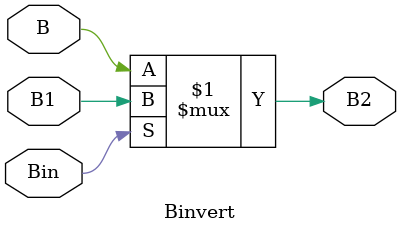
<source format=v>

module Binvert(B,B1,Bin,B2);
	input B,B1;
	input Bin;
	output B2;
	
	assign B2 = Bin? B1:B;


endmodule
</source>
